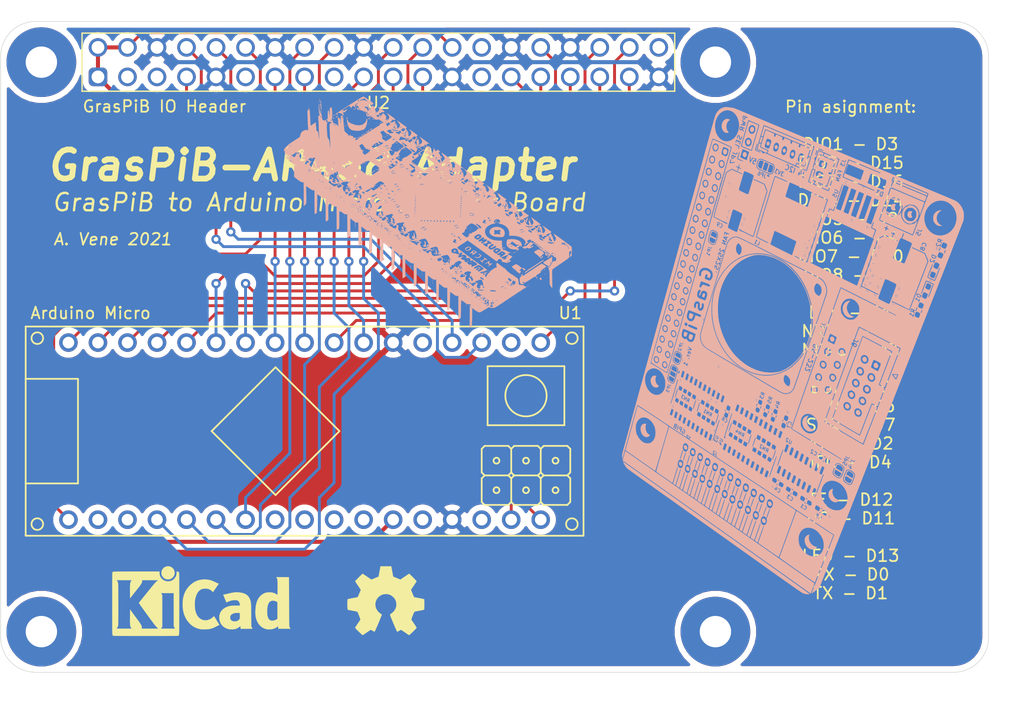
<source format=kicad_pcb>
(kicad_pcb (version 20211014) (generator pcbnew)
  (title_block (title "GrasPiB-AR488 Adapter") (date "2021-11-27") (rev "0") (company "A. Vene") (comment 1 "GrasPiB to Arduino Micro Adapter Board"))
  (layers (0 "F.Cu" signal) (31 "B.Cu" signal) (34 "B.Paste" user) (35 "F.Paste" user) (36 "B.SilkS" user "B.Silkscreen") (37 "F.SilkS" user "F.Silkscreen") (38 "B.Mask" user) (39 "F.Mask" user) (44 "Edge.Cuts" user))
  (net 0 "")
  (net 1 "/DIO3")
  (net 2 "Net-(U1-Pad2)")
  (net 3 "/TX")
  (net 4 "/RX")
  (net 5 "Net-(U1-Pad5)")
  (net 6 "GND")
  (net 7 "/ATN")
  (net 8 "/DIO1")
  (net 9 "/IFC")
  (net 10 "/REN")
  (net 11 "/DIO8")
  (net 12 "/SRQ")
  (net 13 "/DIO5")
  (net 14 "/DIO6")
  (net 15 "/DIO7")
  (net 16 "/TE")
  (net 17 "/DC")
  (net 18 "Net-(U1-Pad19)")
  (net 19 "Net-(U1-Pad20)")
  (net 20 "/EOI")
  (net 21 "/DAV")
  (net 22 "/NRFD")
  (net 23 "/NDAC")
  (net 24 "Net-(U1-Pad25)")
  (net 25 "Net-(U1-Pad26)")
  (net 26 "Net-(U1-Pad27)")
  (net 27 "Net-(U1-Pad28)")
  (net 28 "+5V")
  (net 29 "Net-(U1-Pad30)")
  (net 30 "Net-(U1-Pad32)")
  (net 31 "/DIO4")
  (net 32 "/DIO2")
  (net 33 "Net-(U2-Pad40)")
  (net 34 "Net-(U2-Pad28)")
  (net 35 "Net-(U2-Pad27)")
  (net 36 "Net-(U2-Pad17)")
  (net 37 "Net-(U2-Pad11)")
  (net 38 "Net-(U2-Pad5)")
  (net 39 "Net-(U2-Pad3)")
  (net 40 "/LED")
  (footprint "ArduinoMirco:ArduinoMicro" (layer "F.Cu") (at 106.68 73.66 -90)
    (fp_text reference "U1" (at -10.16 -22.86 180) (layer "F.SilkS"))
    (fp_text value "Arduino_MICRO")
    (pad "1" thru_hole circle locked (at -7.62 -20.32 270) (size 1.6 1.6) (drill 1) (layers *.Cu *.Mask) (net 1 "/DIO3"))
    (pad "2" thru_hole circle locked (at -7.62 -17.78 270) (size 1.6 1.6) (drill 1) (layers *.Cu *.Mask) (net 2 "Net-(U1-Pad2)"))
    (pad "3" thru_hole circle locked (at -7.62 -15.24 270) (size 1.6 1.6) (drill 1) (layers *.Cu *.Mask) (net 3 "/TX"))
    (pad "4" thru_hole circle locked (at -7.62 -12.7 270) (size 1.6 1.6) (drill 1) (layers *.Cu *.Mask) (net 4 "/RX"))
    (pad "5" thru_hole circle locked (at -7.62 -10.16 270) (size 1.6 1.6) (drill 1) (layers *.Cu *.Mask) (net 5 "Net-(U1-Pad5)"))
    (pad "6" thru_hole circle locked (at -7.62 -7.62 270) (size 1.6 1.6) (drill 1) (layers *.Cu *.Mask) (net 6 "GND"))
    (pad "7" thru_hole circle locked (at -7.62 -5.08 270) (size 1.6 1.6) (drill 1) (layers *.Cu *.Mask) (net 7 "/ATN"))
    (pad "8" thru_hole circle locked (at -7.62 -2.54 270) (size 1.6 1.6) (drill 1) (layers *.Cu *.Mask) (net 8 "/DIO1"))
    (pad "9" thru_hole circle locked (at -7.62 0 270) (size 1.6 1.6) (drill 1) (layers *.Cu *.Mask) (net 9 "/IFC"))
    (pad "10" thru_hole circle locked (at -7.62 2.54 270) (size 1.6 1.6) (drill 1) (layers *.Cu *.Mask) (net 10 "/REN"))
    (pad "11" thru_hole circle locked (at -7.62 5.08 270) (size 1.6 1.6) (drill 1) (layers *.Cu *.Mask) (net 11 "/DIO8"))
    (pad "12" thru_hole circle locked (at -7.62 7.62 270) (size 1.6 1.6) (drill 1) (layers *.Cu *.Mask) (net 12 "/SRQ"))
    (pad "13" thru_hole circle locked (at -7.62 10.16 270) (size 1.6 1.6) (drill 1) (layers *.Cu *.Mask) (net 13 "/DIO5"))
    (pad "14" thru_hole circle locked (at -7.62 12.7 270) (size 1.6 1.6) (drill 1) (layers *.Cu *.Mask) (net 14 "/DIO6"))
    (pad "15" thru_hole circle locked (at -7.62 15.24 270) (size 1.6 1.6) (drill 1) (layers *.Cu *.Mask) (net 15 "/DIO7"))
    (pad "16" thru_hole circle locked (at -7.62 17.78 270) (size 1.6 1.6) (drill 1) (layers *.Cu *.Mask) (net 17 "/DC"))
    (pad "17" thru_hole circle locked (at -7.62 20.32 270) (size 1.6 1.6) (drill 1) (layers *.Cu *.Mask) (net 16 "/TE"))
    (pad "18" thru_hole circle locked (at 7.62 20.32 270) (size 1.6 1.6) (drill 1) (layers *.Cu *.Mask) (net 40 "/LED"))
    (pad "19" thru_hole circle locked (at 7.62 17.78 270) (size 1.6 1.6) (drill 1) (layers *.Cu *.Mask) (net 18 "Net-(U1-Pad19)"))
    (pad "20" thru_hole circle locked (at 7.62 15.24 270) (size 1.6 1.6) (drill 1) (layers *.Cu *.Mask) (net 19 "Net-(U1-Pad20)"))
    (pad "21" thru_hole circle locked (at 7.62 12.7 270) (size 1.6 1.6) (drill 1) (layers *.Cu *.Mask) (net 20 "/EOI"))
    (pad "22" thru_hole circle locked (at 7.62 10.16 270) (size 1.6 1.6) (drill 1) (layers *.Cu *.Mask) (net 21 "/DAV"))
    (pad "23" thru_hole circle locked (at 7.62 7.62 270) (size 1.6 1.6) (drill 1) (layers *.Cu *.Mask) (net 22 "/NRFD"))
    (pad "24" thru_hole circle locked (at 7.62 5.08 270) (size 1.6 1.6) (drill 1) (layers *.Cu *.Mask) (net 23 "/NDAC"))
    (pad "25" thru_hole circle locked (at 7.62 2.54 270) (size 1.6 1.6) (drill 1) (layers *.Cu *.Mask) (net 24 "Net-(U1-Pad25)"))
    (pad "26" thru_hole circle locked (at 7.62 0 270) (size 1.6 1.6) (drill 1) (layers *.Cu *.Mask) (net 25 "Net-(U1-Pad26)"))
    (pad "27" thru_hole circle locked (at 7.62 -2.54 270) (size 1.6 1.6) (drill 1) (layers *.Cu *.Mask) (net 26 "Net-(U1-Pad27)"))
    (pad "28" thru_hole circle locked (at 7.62 -5.08 270) (size 1.6 1.6) (drill 1) (layers *.Cu *.Mask) (net 27 "Net-(U1-Pad28)"))
    (pad "29" thru_hole circle locked (at 7.62 -7.62 270) (size 1.6 1.6) (drill 1) (layers *.Cu *.Mask) (net 28 "+5V"))
    (pad "30" thru_hole circle locked (at 7.62 -10.16 270) (size 1.6 1.6) (drill 1) (layers *.Cu *.Mask) (net 29 "Net-(U1-Pad30)"))
    (pad "31" thru_hole circle locked (at 7.62 -12.7 270) (size 1.6 1.6) (drill 1) (layers *.Cu *.Mask) (net 6 "GND"))
    (pad "32" thru_hole circle locked (at 7.62 -15.24 270) (size 1.6 1.6) (drill 1) (layers *.Cu *.Mask) (net 30 "Net-(U1-Pad32)"))
    (pad "33" thru_hole circle locked (at 7.62 -17.78 270) (size 1.6 1.6) (drill 1) (layers *.Cu *.Mask) (net 31 "/DIO4"))
    (pad "34" thru_hole circle locked (at 7.62 -20.32 270) (size 1.6 1.6) (drill 1) (layers *.Cu *.Mask) (net 32 "/DIO2"))
  )
  (footprint "RaspberryPi:RPi4_Hat" (layer "F.Cu") (at 113.03 41.91)
    (fp_text reference "U2" (at 0 3.5) (layer "F.SilkS"))
    (fp_text value "RPi_GPIO")
    (pad "" np_thru_hole circle locked (at -29 0) (size 6 6) (drill 2.7) (layers *.Cu *.Mask "Dwgs.User"))
    (pad "" np_thru_hole circle locked (at 29 0) (size 6 6) (drill 2.7) (layers *.Cu *.Mask "Dwgs.User"))
    (pad "" np_thru_hole circle locked (at 29 49) (size 6 6) (drill 2.7) (layers *.Cu *.Mask "Dwgs.User"))
    (pad "" np_thru_hole circle locked (at -29 49) (size 6 6) (drill 2.7) (layers *.Cu *.Mask "Dwgs.User"))
    (pad "1" thru_hole roundrect locked (at -24.13 1.27) (size 1.6 1.6) (drill 1.1) (layers *.Cu *.Mask) (net 28 "+5V"))
    (pad "2" thru_hole circle locked (at -24.13 -1.27) (size 1.6 1.6) (drill 1.1) (layers *.Cu *.Mask) (net 28 "+5V"))
    (pad "3" thru_hole circle locked (at -21.59 1.27) (size 1.6 1.6) (drill 1.1) (layers *.Cu *.Mask) (net 39 "Net-(U2-Pad3)"))
    (pad "4" thru_hole circle locked (at -21.59 -1.27) (size 1.6 1.6) (drill 1.1) (layers *.Cu *.Mask) (net 28 "+5V"))
    (pad "5" thru_hole circle locked (at -19.05 1.27) (size 1.6 1.6) (drill 1.1) (layers *.Cu *.Mask) (net 38 "Net-(U2-Pad5)"))
    (pad "6" thru_hole circle locked (at -19.05 -1.27) (size 1.6 1.6) (drill 1.1) (layers *.Cu *.Mask) (net 6 "GND"))
    (pad "7" thru_hole circle locked (at -16.51 1.27) (size 1.6 1.6) (drill 1.1) (layers *.Cu *.Mask) (net 40 "/LED"))
    (pad "8" thru_hole circle locked (at -16.51 -1.27) (size 1.6 1.6) (drill 1.1) (layers *.Cu *.Mask) (net 3 "/TX"))
    (pad "9" thru_hole circle locked (at -13.97 1.27) (size 1.6 1.6) (drill 1.1) (layers *.Cu *.Mask) (net 6 "GND"))
    (pad "10" thru_hole circle locked (at -13.97 -1.27) (size 1.6 1.6) (drill 1.1) (layers *.Cu *.Mask) (net 4 "/RX"))
    (pad "11" thru_hole circle locked (at -11.43 1.27) (size 1.6 1.6) (drill 1.1) (layers *.Cu *.Mask) (net 37 "Net-(U2-Pad11)"))
    (pad "12" thru_hole circle locked (at -11.43 -1.27) (size 1.6 1.6) (drill 1.1) (layers *.Cu *.Mask) (net 16 "/TE"))
    (pad "13" thru_hole circle locked (at -8.89 1.27) (size 1.6 1.6) (drill 1.1) (layers *.Cu *.Mask) (net 10 "/REN"))
    (pad "14" thru_hole circle locked (at -8.89 -1.27) (size 1.6 1.6) (drill 1.1) (layers *.Cu *.Mask) (net 6 "GND"))
    (pad "15" thru_hole circle locked (at -6.35 1.27) (size 1.6 1.6) (drill 1.1) (layers *.Cu *.Mask) (net 9 "/IFC"))
    (pad "16" thru_hole circle locked (at -6.35 -1.27) (size 1.6 1.6) (drill 1.1) (layers *.Cu *.Mask) (net 23 "/NDAC"))
    (pad "17" thru_hole circle locked (at -3.81 1.27) (size 1.6 1.6) (drill 1.1) (layers *.Cu *.Mask) (net 36 "Net-(U2-Pad17)"))
    (pad "18" thru_hole circle locked (at -3.81 -1.27) (size 1.6 1.6) (drill 1.1) (layers *.Cu *.Mask) (net 22 "/NRFD"))
    (pad "19" thru_hole circle locked (at -1.27 1.27) (size 1.6 1.6) (drill 1.1) (layers *.Cu *.Mask) (net 21 "/DAV"))
    (pad "20" thru_hole circle locked (at -1.27 -1.27) (size 1.6 1.6) (drill 1.1) (layers *.Cu *.Mask) (net 6 "GND"))
    (pad "21" thru_hole circle locked (at 1.27 1.27) (size 1.6 1.6) (drill 1.1) (layers *.Cu *.Mask) (net 20 "/EOI"))
    (pad "22" thru_hole circle locked (at 1.27 -1.27) (size 1.6 1.6) (drill 1.1) (layers *.Cu *.Mask) (net 7 "/ATN"))
    (pad "23" thru_hole circle locked (at 3.81 1.27) (size 1.6 1.6) (drill 1.1) (layers *.Cu *.Mask) (net 12 "/SRQ"))
    (pad "24" thru_hole circle locked (at 3.81 -1.27) (size 1.6 1.6) (drill 1.1) (layers *.Cu *.Mask) (net 17 "/DC"))
    (pad "25" thru_hole circle locked (at 6.35 1.27) (size 1.6 1.6) (drill 1.1) (layers *.Cu *.Mask) (net 6 "GND"))
    (pad "26" thru_hole circle locked (at 6.35 -1.27) (size 1.6 1.6) (drill 1.1) (layers *.Cu *.Mask) (net 28 "+5V"))
    (pad "27" thru_hole circle locked (at 8.89 1.27) (size 1.6 1.6) (drill 1.1) (layers *.Cu *.Mask) (net 35 "Net-(U2-Pad27)"))
    (pad "28" thru_hole circle locked (at 8.89 -1.27) (size 1.6 1.6) (drill 1.1) (layers *.Cu *.Mask) (net 34 "Net-(U2-Pad28)"))
    (pad "29" thru_hole circle locked (at 11.43 1.27) (size 1.6 1.6) (drill 1.1) (layers *.Cu *.Mask) (net 11 "/DIO8"))
    (pad "30" thru_hole circle locked (at 11.43 -1.27) (size 1.6 1.6) (drill 1.1) (layers *.Cu *.Mask) (net 6 "GND"))
    (pad "31" thru_hole circle locked (at 13.97 1.27) (size 1.6 1.6) (drill 1.1) (layers *.Cu *.Mask) (net 15 "/DIO7"))
    (pad "32" thru_hole circle locked (at 13.97 -1.27) (size 1.6 1.6) (drill 1.1) (layers *.Cu *.Mask) (net 14 "/DIO6"))
    (pad "33" thru_hole circle locked (at 16.51 1.27) (size 1.6 1.6) (drill 1.1) (layers *.Cu *.Mask) (net 13 "/DIO5"))
    (pad "34" thru_hole circle locked (at 16.51 -1.27) (size 1.6 1.6) (drill 1.1) (layers *.Cu *.Mask) (net 6 "GND"))
    (pad "35" thru_hole circle locked (at 19.05 1.27) (size 1.6 1.6) (drill 1.1) (layers *.Cu *.Mask) (net 31 "/DIO4"))
    (pad "36" thru_hole circle locked (at 19.05 -1.27) (size 1.6 1.6) (drill 1.1) (layers *.Cu *.Mask) (net 1 "/DIO3"))
    (pad "37" thru_hole circle locked (at 21.59 1.27) (size 1.6 1.6) (drill 1.1) (layers *.Cu *.Mask) (net 32 "/DIO2"))
    (pad "38" thru_hole circle locked (at 21.59 -1.27) (size 1.6 1.6) (drill 1.1) (layers *.Cu *.Mask) (net 8 "/DIO1"))
    (pad "39" thru_hole circle locked (at 24.13 1.27) (size 1.6 1.6) (drill 1.1) (layers *.Cu *.Mask) (net 6 "GND"))
    (pad "40" thru_hole circle locked (at 24.13 -1.27) (size 1.6 1.6) (drill 1.1) (layers *.Cu *.Mask) (net 33 "Net-(U2-Pad40)"))
  )
  (footprint "Symbol:KiCad-Logo_6mm_SilkScreen" (layer "F.Cu") (at 97.79 88.265)
    (fp_text reference "REF**" hide)
    (fp_text value "KiCad-Logo_6mm_SilkScreen" hide)
  )
  (footprint "Symbol:OSHW-Symbol_6.7x6mm_SilkScreen" (layer "F.Cu") (at 113.665 88.265)
    (fp_text reference "REF**" hide)
    (fp_text value "OSHW-Symbol_6.7x6mm_SilkScreen" hide)
  )
  (footprint "GrasPiB_AR488_Adapter:GrasPiB_image" (layer "B.Cu") (at 148.78 65.66 -90)
    (fp_text reference "G***" hide)
    (fp_text value "LOGO" hide)
  )
  (footprint "GrasPiB_AR488_Adapter:ArduinoMICRO_image" (layer "B.Cu") (at 117.28 55.16 180)
    (fp_text reference "G***" hide)
    (fp_text value "LOGO" hide)
  )
  (gr_line (start 165.53 91.41) (end 165.53 41.41) (layer "Edge.Cuts") (width 0.05))
  (gr_line (start 162.53 38.41) (end 83.53 38.41) (layer "Edge.Cuts") (width 0.05))
  (gr_line (start 80.53 41.41) (end 80.53 91.41) (layer "Edge.Cuts") (width 0.05))
  (gr_line (start 83.53 94.41) (end 162.53 94.41) (layer "Edge.Cuts") (width 0.05))
  (gr_arc (start 83.53 94.41) (mid 81.40868 93.53132) (end 80.53 91.41) (layer "Edge.Cuts") (width 0.05))
  (gr_arc (start 165.53 91.41) (mid 164.65132 93.53132) (end 162.53 94.41) (layer "Edge.Cuts") (width 0.05))
  (gr_arc (start 162.53 38.41) (mid 164.65132 39.28868) (end 165.53 41.41) (layer "Edge.Cuts") (width 0.05))
  (gr_arc (start 80.53 41.41) (mid 81.40868 39.28868) (end 83.53 38.41) (layer "Edge.Cuts") (width 0.05))
  (gr_text "A. Vene 2021" (at 90.17 57.15) (layer "F.SilkS") (effects (font (size 1 1) (thickness 0.15) italic)))
  (gr_text "Arduino Micro" (at 88.265 63.5) (layer "F.SilkS") (effects (font (size 1 1))))
  (gr_text "Pin asignment:\n\nDIO1 - D3\nDIO2 - D15\nDIO3 - D16\nDIO4 - D14\nDIO5 - D8\nDIO6 - D9\nDIO7 - D10\nDIO8 - D6\n\nDAV - A1\nNRFD - A2\nNDAC - A3\n\nEOI - A0\nREN - D5\nSRQ - D7\nATN - D2\nIFC - D4\n\nTE - D12\nDC - D11\n\nLED - D13\nRX - D0\nTX - D1" (at 153.67 66.675) (layer "F.SilkS") (effects (font (size 1 1))))
  (gr_text "GrasPiB to Arduino Micro Adapter Board" (at 107.95 53.975) (layer "F.SilkS") (effects (font (size 1.5 1.5) (thickness 0.2) italic)))
  (gr_text "GrasPiB IO Header" (at 94.615 45.72) (layer "F.SilkS") (effects (font (size 1 1))))
  (gr_text "GrasPiB-AR488 Adapter" (at 107.315 50.8) (layer "F.SilkS") (effects (font (size 2.5 2.5) (thickness 0.5) italic)))
  (segment (start 130.81 41.91) (end 130.81 62.23) (width 0.25) (layer "F.Cu") (net 1))
  (segment (start 132.08 40.64) (end 130.81 41.91) (width 0.25) (layer "F.Cu") (net 1))
  (segment (start 130.81 62.23) (end 127 66.04) (width 0.25) (layer "F.Cu") (net 1))
  (segment (start 97.79 43.815) (end 99.06 45.085) (width 0.25) (layer "F.Cu") (net 3))
  (segment (start 96.52 40.64) (end 97.79 41.91) (width 0.25) (layer "F.Cu") (net 3))
  (segment (start 99.06 45.085) (end 99.06 57.15) (width 0.25) (layer "F.Cu") (net 3))
  (segment (start 97.79 41.91) (end 97.79 43.815) (width 0.25) (layer "F.Cu") (net 3))
  (via (at 99.06 57.15) (size 0.8) (drill 0.4) (layers "F.Cu" "B.Cu") (net 3))
  (segment (start 118.745 67.31) (end 120.65 67.31) (width 0.25) (layer "B.Cu") (net 3))
  (segment (start 111.76 57.785) (end 118.11 64.135) (width 0.25) (layer "B.Cu") (net 3))
  (segment (start 99.06 57.15) (end 99.695 57.785) (width 0.25) (layer "B.Cu") (net 3))
  (segment (start 118.11 66.675) (end 118.745 67.31) (width 0.25) (layer "B.Cu") (net 3))
  (segment (start 118.11 64.135) (end 118.11 66.675) (width 0.25) (layer "B.Cu") (net 3))
  (segment (start 120.65 67.31) (end 121.92 66.04) (width 0.25) (layer "B.Cu") (net 3))
  (segment (start 99.695 57.785) (end 111.76 57.785) (width 0.25) (layer "B.Cu") (net 3))
  (segment (start 100.33 56.515) (end 100.33 41.91) (width 0.25) (layer "F.Cu") (net 4))
  (segment (start 100.33 41.91) (end 99.06 40.64) (width 0.25) (layer "F.Cu") (net 4))
  (via (at 100.33 56.515) (size 0.8) (drill 0.4) (layers "F.Cu" "B.Cu") (net 4))
  (segment (start 112.395 57.15) (end 119.38 64.135) (width 0.25) (layer "B.Cu") (net 4))
  (segment (start 100.33 56.515) (end 100.965 57.15) (width 0.25) (layer "B.Cu") (net 4))
  (segment (start 119.38 64.135) (end 119.38 66.04) (width 0.25) (layer "B.Cu") (net 4))
  (segment (start 100.965 57.15) (end 112.395 57.15) (width 0.25) (layer "B.Cu") (net 4))
  (segment (start 123.19 41.91) (end 135.89 41.91) (width 0.35) (layer "B.Cu") (net 6))
  (segment (start 123.19 41.91) (end 124.46 40.64) (width 0.35) (layer "B.Cu") (net 6))
  (segment (start 135.89 41.91) (end 137.16 43.18) (width 0.35) (layer "B.Cu") (net 6))
  (segment (start 105.41 41.91) (end 104.14 40.64) (width 0.35) (layer "B.Cu") (net 6))
  (segment (start 99.06 43.18) (end 100.33 41.91) (width 0.35) (layer "B.Cu") (net 6))
  (segment (start 93.98 40.64) (end 95.25 41.91) (width 0.35) (layer "B.Cu") (net 6))
  (segment (start 99.06 43.18) (end 97.79 41.91) (width 0.35) (layer "B.Cu") (net 6))
  (segment (start 120.65 41.91) (end 123.19 41.91) (width 0.35) (layer "B.Cu") (net 6))
  (segment (start 111.76 40.64) (end 113.03 41.91) (width 0.35) (layer "B.Cu") (net 6))
  (segment (start 102.87 41.91) (end 104.14 40.64) (width 0.35) (layer "B.Cu") (net 6))
  (segment (start 110.49 41.91) (end 105.41 41.91) (width 0.35) (layer "B.Cu") (net 6))
  (segment (start 113.03 41.91) (end 118.11 41.91) (width 0.35) (layer "B.Cu") (net 6))
  (segment (start 119.38 43.18) (end 120.65 41.91) (width 0.35) (layer "B.Cu") (net 6))
  (segment (start 100.33 41.91) (end 102.87 41.91) (width 0.35) (layer "B.Cu") (net 6))
  (segment (start 111.76 40.64) (end 110.49 41.91) (width 0.35) (layer "B.Cu") (net 6))
  (segment (start 118.11 41.91) (end 119.38 43.18) (width 0.35) (layer "B.Cu") (net 6))
  (segment (start 95.25 41.91) (end 97.79 41.91) (width 0.35) (layer "B.Cu") (net 6))
  (segment (start 110.49 46.355) (end 113.03 43.815) (width 0.25) (layer "F.Cu") (net 7))
  (segment (start 110.49 59.055) (end 110.49 46.355) (width 0.25) (layer "F.Cu") (net 7))
  (segment (start 113.03 43.815) (end 113.03 41.91) (width 0.25) (layer "F.Cu") (net 7))
  (segment (start 113.03 41.91) (end 114.3 40.64) (width 0.25) (layer "F.Cu") (net 7))
  (via (at 110.49 59.055) (size 0.8) (drill 0.4) (layers "F.Cu" "B.Cu") (net 7))
  (segment (start 110.49 59.055) (end 110.49 62.865) (width 0.25) (layer "B.Cu") (net 7))
  (segment (start 111.76 64.135) (end 111.76 66.04) (width 0.25) (layer "B.Cu") (net 7))
  (segment (start 110.49 62.865) (end 111.76 64.135) (width 0.25) (layer "B.Cu") (net 7))
  (segment (start 109.22 66.04) (end 111.125 64.135) (width 0.25) (layer "F.Cu") (net 8))
  (segment (start 111.125 64.135) (end 119.38 64.135) (width 0.25) (layer "F.Cu") (net 8))
  (segment (start 133.35 61.595) (end 133.35 41.91) (width 0.25) (layer "F.Cu") (net 8))
  (segment (start 119.38 64.135) (end 127 64.135) (width 0.25) (layer "F.Cu") (net 8))
  (segment (start 127 64.135) (end 129.54 61.595) (width 0.25) (layer "F.Cu") (net 8))
  (segment (start 133.35 41.91) (end 134.62 40.64) (width 0.25) (layer "F.Cu") (net 8))
  (via (at 133.35 61.595) (size 0.8) (drill 0.4) (layers "F.Cu" "B.Cu") (net 8))
  (via (at 129.54 61.595) (size 0.8) (drill 0.4) (layers "F.Cu" "B.Cu") (net 8))
  (segment (start 129.54 61.595) (end 133.35 61.595) (width 0.25) (layer "B.Cu") (net 8))
  (segment (start 106.68 43.18) (end 106.68 59.055) (width 0.25) (layer "F.Cu") (net 9))
  (via (at 106.68 59.055) (size 0.8) (drill 0.4) (layers "F.Cu" "B.Cu") (net 9))
  (segment (start 106.68 59.055) (end 106.68 66.04) (width 0.25) (layer "B.Cu") (net 9))
  (segment (start 104.14 43.18) (end 104.14 59.055) (width 0.25) (layer "F.Cu") (net 10))
  (via (at 104.14 59.055) (size 0.8) (drill 0.4) (layers "F.Cu" "B.Cu") (net 10))
  (segment (start 104.14 59.055) (end 104.14 66.04) (width 0.25) (layer "B.Cu") (net 10))
  (segment (start 125.73 44.45) (end 124.46 43.18) (width 0.25) (layer "F.Cu") (net 11))
  (segment (start 123.825 61.595) (end 125.73 59.69) (width 0.25) (layer "F.Cu") (net 11))
  (segment (start 101.6 60.96) (end 102.235 61.595) (width 0.25) (layer "F.Cu") (net 11))
  (segment (start 102.235 61.595) (end 123.825 61.595) (width 0.25) (layer "F.Cu") (net 11))
  (segment (start 125.73 59.69) (end 125.73 44.45) (width 0.25) (layer "F.Cu") (net 11))
  (via (at 101.6 60.96) (size 0.8) (drill 0.4) (layers "F.Cu" "B.Cu") (net 11))
  (segment (start 101.6 60.96) (end 101.6 66.04) (width 0.25) (layer "B.Cu") (net 11))
  (segment (start 99.06 60.96) (end 100.33 59.69) (width 0.25) (layer "F.Cu") (net 12))
  (segment (start 116.84 45.085) (end 114.3 47.625) (width 0.25) (layer "F.Cu") (net 12))
  (segment (start 116.84 43.18) (end 116.84 45.085) (width 0.25) (layer "F.Cu") (net 12))
  (segment (start 102.235 59.69) (end 103.505 60.96) (width 0.25) (layer "F.Cu") (net 12))
  (segment (start 100.33 59.69) (end 102.235 59.69) (width 0.25) (layer "F.Cu") (net 12))
  (segment (start 114.3 59.055) (end 112.395 60.96) (width 0.25) (layer "F.Cu") (net 12))
  (segment (start 112.395 60.96) (end 103.505 60.96) (width 0.25) (layer "F.Cu") (net 12))
  (segment (start 114.3 47.625) (end 114.3 59.055) (width 0.25) (layer "F.Cu") (net 12))
  (via (at 99.06 60.96) (size 0.8) (drill 0.4) (layers "F.Cu" "B.Cu") (net 12))
  (segment (start 99.06 60.96) (end 99.06 66.04) (width 0.25) (layer "B.Cu") (net 12))
  (segment (start 129.54 43.18) (end 129.54 59.69) (width 0.25) (layer "F.Cu") (net 13))
  (segment (start 125.73 63.5) (end 99.06 63.5) (width 0.25) (layer "F.Cu") (net 13))
  (segment (start 129.54 59.69) (end 125.73 63.5) (width 0.25) (layer "F.Cu") (net 13))
  (segment (start 99.06 63.5) (end 96.52 66.04) (width 0.25) (layer "F.Cu") (net 13))
  (segment (start 128.27 41.91) (end 128.27 59.69) (width 0.25) (layer "F.Cu") (net 14))
  (segment (start 125.095 62.865) (end 97.155 62.865) (width 0.25) (layer "F.Cu") (net 14))
  (segment (start 128.27 59.69) (end 125.095 62.865) (width 0.25) (layer "F.Cu") (net 14))
  (segment (start 97.155 62.865) (end 93.98 66.04) (width 0.25) (layer "F.Cu") (net 14))
  (segment (start 127 40.64) (end 128.27 41.91) (width 0.25) (layer "F.Cu") (net 14))
  (segment (start 127 59.69) (end 124.46 62.23) (width 0.25) (layer "F.Cu") (net 15))
  (segment (start 124.46 62.23) (end 95.25 62.23) (width 0.25) (layer "F.Cu") (net 15))
  (segment (start 95.25 62.23) (end 91.44 66.04) (width 0.25) (layer "F.Cu") (net 15))
  (segment (start 127 43.18) (end 127 59.69) (width 0.25) (layer "F.Cu") (net 15))
  (segment (start 102.87 41.91) (end 102.87 57.15) (width 0.25) (layer "F.Cu") (net 16))
  (segment (start 93.98 58.42) (end 86.36 66.04) (width 0.25) (layer "F.Cu") (net 16))
  (segment (start 101.6 40.64) (end 102.87 41.91) (width 0.25) (layer "F.Cu") (net 16))
  (segment (start 102.87 57.15) (end 101.6 58.42) (width 0.25) (layer "F.Cu") (net 16))
  (segment (start 101.6 58.42) (end 93.98 58.42) (width 0.25) (layer "F.Cu") (net 16))
  (segment (start 102.87 59.055) (end 104.14 60.325) (width 0.25) (layer "F.Cu") (net 17))
  (segment (start 95.885 59.055) (end 102.87 59.055) (width 0.25) (layer "F.Cu") (net 17))
  (segment (start 113.03 47.625) (end 115.57 45.085) (width 0.25) (layer "F.Cu") (net 17))
  (segment (start 115.57 41.91) (end 116.84 40.64) (width 0.25) (layer "F.Cu") (net 17))
  (segment (start 111.76 60.325) (end 113.03 59.055) (width 0.25) (layer "F.Cu") (net 17))
  (segment (start 113.03 59.055) (end 113.03 47.625) (width 0.25) (layer "F.Cu") (net 17))
  (segment (start 104.14 60.325) (end 111.76 60.325) (width 0.25) (layer "F.Cu") (net 17))
  (segment (start 115.57 45.085) (end 115.57 41.91) (width 0.25) (layer "F.Cu") (net 17))
  (segment (start 88.9 66.04) (end 95.885 59.055) (width 0.25) (layer "F.Cu") (net 17))
  (segment (start 111.76 59.055) (end 111.76 46.99) (width 0.25) (layer "F.Cu") (net 20))
  (segment (start 114.3 44.45) (end 114.3 43.18) (width 0.25) (layer "F.Cu") (net 20))
  (segment (start 111.76 46.99) (end 114.3 44.45) (width 0.25) (layer "F.Cu") (net 20))
  (via (at 111.76 59.055) (size 0.8) (drill 0.4) (layers "F.Cu" "B.Cu") (net 20))
  (segment (start 113.03 63.5) (end 113.03 66.675) (width 0.25) (layer "B.Cu") (net 20))
  (segment (start 113.03 66.675) (end 109.22 70.485) (width 0.25) (layer "B.Cu") (net 20))
  (segment (start 109.22 70.485) (end 109.22 78.105) (width 0.25) (layer "B.Cu") (net 20))
  (segment (start 106.68 83.82) (end 96.52 83.82) (width 0.25) (layer "B.Cu") (net 20))
  (segment (start 96.52 83.82) (end 93.98 81.28) (width 0.25) (layer "B.Cu") (net 20))
  (segment (start 109.22 78.105) (end 107.95 79.375) (width 0.25) (layer "B.Cu") (net 20))
  (segment (start 111.76 62.23) (end 113.03 63.5) (width 0.25) (layer "B.Cu") (net 20))
  (segment (start 107.95 79.375) (end 107.95 82.55) (width 0.25) (layer "B.Cu") (net 20))
  (segment (start 107.95 82.55) (end 106.68 83.82) (width 0.25) (layer "B.Cu") (net 20))
  (segment (start 111.76 59.055) (end 111.76 62.23) (width 0.25) (layer "B.Cu") (net 20))
  (segment (start 109.22 59.055) (end 109.22 45.72) (width 0.25) (layer "F.Cu") (net 21))
  (segment (start 109.22 45.72) (end 111.76 43.18) (width 0.25) (layer "F.Cu") (net 21))
  (via (at 109.22 59.055) (size 0.8) (drill 0.4) (layers "F.Cu" "B.Cu") (net 21))
  (segment (start 105.41 81.915) (end 104.14 83.185) (width 0.25) (layer "B.Cu") (net 21))
  (segment (start 105.41 79.375) (end 105.41 81.915) (width 0.25) (layer "B.Cu") (net 21))
  (segment (start 104.14 83.185) (end 98.425 83.185) (width 0.25) (layer "B.Cu") (net 21))
  (segment (start 107.95 69.85) (end 107.95 76.835) (width 0.25) (layer "B.Cu") (net 21))
  (segment (start 109.22 59.055) (end 109.22 63.5) (width 0.25) (layer "B.Cu") (net 21))
  (segment (start 110.49 64.77) (end 110.49 67.31) (width 0.25) (layer "B.Cu") (net 21))
  (segment (start 109.22 63.5) (end 110.49 64.77) (width 0.25) (layer "B.Cu") (net 21))
  (segment (start 110.49 67.31) (end 107.95 69.85) (width 0.25) (layer "B.Cu") (net 21))
  (segment (start 98.425 83.185) (end 96.52 81.28) (width 0.25) (layer "B.Cu") (net 21))
  (segment (start 107.95 76.835) (end 105.41 79.375) (width 0.25) (layer "B.Cu") (net 21))
  (segment (start 107.95 59.055) (end 107.95 41.91) (width 0.25) (layer "F.Cu") (net 22))
  (segment (start 107.95 41.91) (end 109.22 40.64) (width 0.25) (layer "F.Cu") (net 22))
  (via (at 107.95 59.055) (size 0.8) (drill 0.4) (layers "F.Cu" "B.Cu") (net 22))
  (segment (start 100.33 82.55) (end 99.06 81.28) (width 0.25) (layer "B.Cu") (net 22))
  (segment (start 107.95 66.675) (end 106.68 67.945) (width 0.25) (layer "B.Cu") (net 22))
  (segment (start 102.235 82.55) (end 100.33 82.55) (width 0.25) (layer "B.Cu") (net 22))
  (segment (start 106.68 76.2) (end 102.87 80.01) (width 0.25) (layer "B.Cu") (net 22))
  (segment (start 107.95 59.055) (end 107.95 66.675) (width 0.25) (layer "B.Cu") (net 22))
  (segment (start 106.68 67.945) (end 106.68 76.2) (width 0.25) (layer "B.Cu") (net 22))
  (segment (start 102.87 80.01) (end 102.87 81.915) (width 0.25) (layer "B.Cu") (net 22))
  (segment (start 102.87 81.915) (end 102.235 82.55) (width 0.25) (layer "B.Cu") (net 22))
  (segment (start 106.68 40.64) (end 106.68 40.76) (width 0.25) (layer "F.Cu") (net 23))
  (segment (start 105.41 41.91) (end 106.68 40.64) (width 0.25) (layer "F.Cu") (net 23))
  (segment (start 105.41 59.055) (end 105.41 41.91) (width 0.25) (layer "F.Cu") (net 23))
  (via (at 105.41 59.055) (size 0.8) (drill 0.4) (layers "F.Cu" "B.Cu") (net 23))
  (segment (start 105.41 59.055) (end 105.41 75.565) (width 0.25) (layer "B.Cu") (net 23))
  (segment (start 105.41 75.565) (end 101.6 79.375) (width 0.25) (layer "B.Cu") (net 23))
  (segment (start 101.6 79.375) (end 101.6 81.28) (width 0.25) (layer "B.Cu") (net 23))
  (segment (start 92.71 55.88) (end 83.82 64.77) (width 0.35) (layer "F.Cu") (net 28))
  (segment (start 118.11 39.37) (end 119.38 40.64) (width 0.25) (layer "F.Cu") (net 28))
  (segment (start 91.44 40.64) (end 88.9 40.64) (width 0.35) (layer "F.Cu") (net 28))
  (segment (start 92.71 39.37) (end 118.11 39.37) (width 0.25) (layer "F.Cu") (net 28))
  (segment (start 83.82 81.915) (end 85.09 83.185) (width 0.35) (layer "F.Cu") (net 28))
  (segment (start 95.25 45.085) (end 96.52 46.355) (width 0.35) (layer "F.Cu") (net 28))
  (segment (start 85.09 83.185) (end 112.395 83.185) (width 0.35) (layer "F.Cu") (net 28))
  (segment (start 96.52 46.355) (end 96.52 55.245) (width 0.35) (layer "F.Cu") (net 28))
  (segment (start 95.885 55.88) (end 92.71 55.88) (width 0.35) (layer "F.Cu") (net 28))
  (segment (start 112.395 83.185) (end 114.3 81.28) (width 0.35) (layer "F.Cu") (net 28))
  (segment (start 91.44 40.64) (end 92.71 39.37) (width 0.25) (layer "F.Cu") (net 28))
  (segment (start 88.9 40.64) (end 88.9 43.18) (width 0.35) (layer "F.Cu") (net 28))
  (segment (start 83.82 64.77) (end 83.82 81.915) (width 0.35) (layer "F.Cu") (net 28))
  (segment (start 96.52 55.245) (end 95.885 55.88) (width 0.35) (layer "F.Cu") (net 28))
  (segment (start 90.805 45.085) (end 95.25 45.085) (width 0.35) (layer "F.Cu") (net 28))
  (segment (start 88.9 43.18) (end 90.805 45.085) (width 0.35) (layer "F.Cu") (net 28))
  (segment (start 132.08 63.5) (end 124.46 71.12) (width 0.25) (layer "F.Cu") (net 31))
  (segment (start 132.08 43.18) (end 132.08 63.5) (width 0.25) (layer "F.Cu") (net 31))
  (segment (start 124.46 71.12) (end 124.46 81.28) (width 0.25) (layer "F.Cu") (net 31))
  (segment (start 125.73 80.01) (end 127 81.28) (width 0.25) (layer "F.Cu") (net 32))
  (segment (start 134.62 43.18) (end 134.62 62.865) (width 0.25) (layer "F.Cu") (net 32))
  (segment (start 134.62 62.865) (end 125.73 71.755) (width 0.25) (layer "F.Cu") (net 32))
  (segment (start 125.73 71.755) (end 125.73 80.01) (width 0.25) (layer "F.Cu") (net 32))
  (segment (start 93.345 57.15) (end 85.09 65.405) (width 0.25) (layer "F.Cu") (net 40))
  (segment (start 85.09 65.405) (end 85.09 80.01) (width 0.25) (layer "F.Cu") (net 40))
  (segment (start 97.155 57.15) (end 93.345 57.15) (width 0.25) (layer "F.Cu") (net 40))
  (segment (start 85.09 80.01) (end 86.36 81.28) (width 0.25) (layer "F.Cu") (net 40))
  (segment (start 96.52 43.18) (end 96.52 44.45) (width 0.25) (layer "F.Cu") (net 40))
  (segment (start 97.79 56.515) (end 97.155 57.15) (width 0.25) (layer "F.Cu") (net 40))
  (segment (start 97.79 45.72) (end 97.79 56.515) (width 0.25) (layer "F.Cu") (net 40))
  (segment (start 96.52 44.45) (end 97.79 45.72) (width 0.25) (layer "F.Cu") (net 40))
  (zone (net 6) (net_name "GND") (layer "F.Cu") (connect_pads (clearance 0.508)) (min_thickness 0.254) (fill yes (thermal_gap 0.508) (thermal_bridge_width 0.508))
    (polygon (pts (xy 165.735 94.615) (xy 80.645 94.615) (xy 80.645 38.1) (xy 165.735 38.1)))
  )
  (zone (net 6) (net_name "GND") (layer "B.Cu") (connect_pads (clearance 0.508)) (min_thickness 0.254) (fill yes (thermal_gap 0.508) (thermal_bridge_width 0.508))
    (polygon (pts (xy 165.735 94.615) (xy 80.645 94.615) (xy 80.645 38.1) (xy 165.735 38.1)))
  )
)
</source>
